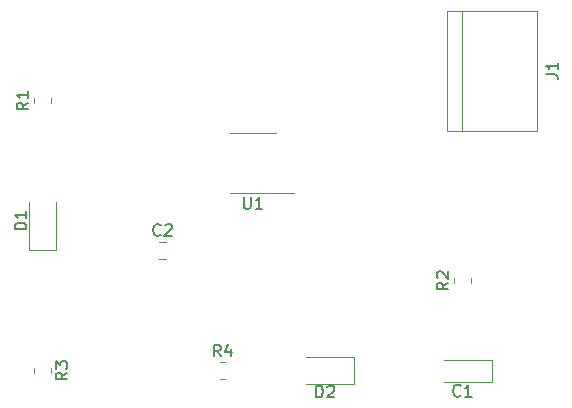
<source format=gbr>
%TF.GenerationSoftware,KiCad,Pcbnew,(6.0.10-0)*%
%TF.CreationDate,2023-02-17T09:30:26-08:00*%
%TF.ProjectId,Exercise 2,45786572-6369-4736-9520-322e6b696361,rev?*%
%TF.SameCoordinates,Original*%
%TF.FileFunction,Legend,Top*%
%TF.FilePolarity,Positive*%
%FSLAX46Y46*%
G04 Gerber Fmt 4.6, Leading zero omitted, Abs format (unit mm)*
G04 Created by KiCad (PCBNEW (6.0.10-0)) date 2023-02-17 09:30:26*
%MOMM*%
%LPD*%
G01*
G04 APERTURE LIST*
%ADD10C,0.150000*%
%ADD11C,0.120000*%
G04 APERTURE END LIST*
D10*
%TO.C,J1*%
X174712380Y-51133333D02*
X175426666Y-51133333D01*
X175569523Y-51180952D01*
X175664761Y-51276190D01*
X175712380Y-51419047D01*
X175712380Y-51514285D01*
X175712380Y-50133333D02*
X175712380Y-50704761D01*
X175712380Y-50419047D02*
X174712380Y-50419047D01*
X174855238Y-50514285D01*
X174950476Y-50609523D01*
X174998095Y-50704761D01*
%TO.C,R3*%
X134182380Y-76366666D02*
X133706190Y-76700000D01*
X134182380Y-76938095D02*
X133182380Y-76938095D01*
X133182380Y-76557142D01*
X133230000Y-76461904D01*
X133277619Y-76414285D01*
X133372857Y-76366666D01*
X133515714Y-76366666D01*
X133610952Y-76414285D01*
X133658571Y-76461904D01*
X133706190Y-76557142D01*
X133706190Y-76938095D01*
X133182380Y-76033333D02*
X133182380Y-75414285D01*
X133563333Y-75747619D01*
X133563333Y-75604761D01*
X133610952Y-75509523D01*
X133658571Y-75461904D01*
X133753809Y-75414285D01*
X133991904Y-75414285D01*
X134087142Y-75461904D01*
X134134761Y-75509523D01*
X134182380Y-75604761D01*
X134182380Y-75890476D01*
X134134761Y-75985714D01*
X134087142Y-76033333D01*
%TO.C,D1*%
X130712380Y-64238095D02*
X129712380Y-64238095D01*
X129712380Y-64000000D01*
X129760000Y-63857142D01*
X129855238Y-63761904D01*
X129950476Y-63714285D01*
X130140952Y-63666666D01*
X130283809Y-63666666D01*
X130474285Y-63714285D01*
X130569523Y-63761904D01*
X130664761Y-63857142D01*
X130712380Y-64000000D01*
X130712380Y-64238095D01*
X130712380Y-62714285D02*
X130712380Y-63285714D01*
X130712380Y-63000000D02*
X129712380Y-63000000D01*
X129855238Y-63095238D01*
X129950476Y-63190476D01*
X129998095Y-63285714D01*
%TO.C,R1*%
X130882380Y-53506666D02*
X130406190Y-53840000D01*
X130882380Y-54078095D02*
X129882380Y-54078095D01*
X129882380Y-53697142D01*
X129930000Y-53601904D01*
X129977619Y-53554285D01*
X130072857Y-53506666D01*
X130215714Y-53506666D01*
X130310952Y-53554285D01*
X130358571Y-53601904D01*
X130406190Y-53697142D01*
X130406190Y-54078095D01*
X130882380Y-52554285D02*
X130882380Y-53125714D01*
X130882380Y-52840000D02*
X129882380Y-52840000D01*
X130025238Y-52935238D01*
X130120476Y-53030476D01*
X130168095Y-53125714D01*
%TO.C,R4*%
X147153333Y-75002380D02*
X146820000Y-74526190D01*
X146581904Y-75002380D02*
X146581904Y-74002380D01*
X146962857Y-74002380D01*
X147058095Y-74050000D01*
X147105714Y-74097619D01*
X147153333Y-74192857D01*
X147153333Y-74335714D01*
X147105714Y-74430952D01*
X147058095Y-74478571D01*
X146962857Y-74526190D01*
X146581904Y-74526190D01*
X148010476Y-74335714D02*
X148010476Y-75002380D01*
X147772380Y-73954761D02*
X147534285Y-74669047D01*
X148153333Y-74669047D01*
%TO.C,D2*%
X155254404Y-78472380D02*
X155254404Y-77472380D01*
X155492500Y-77472380D01*
X155635357Y-77520000D01*
X155730595Y-77615238D01*
X155778214Y-77710476D01*
X155825833Y-77900952D01*
X155825833Y-78043809D01*
X155778214Y-78234285D01*
X155730595Y-78329523D01*
X155635357Y-78424761D01*
X155492500Y-78472380D01*
X155254404Y-78472380D01*
X156206785Y-77567619D02*
X156254404Y-77520000D01*
X156349642Y-77472380D01*
X156587738Y-77472380D01*
X156682976Y-77520000D01*
X156730595Y-77567619D01*
X156778214Y-77662857D01*
X156778214Y-77758095D01*
X156730595Y-77900952D01*
X156159166Y-78472380D01*
X156778214Y-78472380D01*
%TO.C,U1*%
X149128095Y-61492380D02*
X149128095Y-62301904D01*
X149175714Y-62397142D01*
X149223333Y-62444761D01*
X149318571Y-62492380D01*
X149509047Y-62492380D01*
X149604285Y-62444761D01*
X149651904Y-62397142D01*
X149699523Y-62301904D01*
X149699523Y-61492380D01*
X150699523Y-62492380D02*
X150128095Y-62492380D01*
X150413809Y-62492380D02*
X150413809Y-61492380D01*
X150318571Y-61635238D01*
X150223333Y-61730476D01*
X150128095Y-61778095D01*
%TO.C,C1*%
X167473333Y-78307142D02*
X167425714Y-78354761D01*
X167282857Y-78402380D01*
X167187619Y-78402380D01*
X167044761Y-78354761D01*
X166949523Y-78259523D01*
X166901904Y-78164285D01*
X166854285Y-77973809D01*
X166854285Y-77830952D01*
X166901904Y-77640476D01*
X166949523Y-77545238D01*
X167044761Y-77450000D01*
X167187619Y-77402380D01*
X167282857Y-77402380D01*
X167425714Y-77450000D01*
X167473333Y-77497619D01*
X168425714Y-78402380D02*
X167854285Y-78402380D01*
X168140000Y-78402380D02*
X168140000Y-77402380D01*
X168044761Y-77545238D01*
X167949523Y-77640476D01*
X167854285Y-77688095D01*
%TO.C,C2*%
X142073333Y-64717142D02*
X142025714Y-64764761D01*
X141882857Y-64812380D01*
X141787619Y-64812380D01*
X141644761Y-64764761D01*
X141549523Y-64669523D01*
X141501904Y-64574285D01*
X141454285Y-64383809D01*
X141454285Y-64240952D01*
X141501904Y-64050476D01*
X141549523Y-63955238D01*
X141644761Y-63860000D01*
X141787619Y-63812380D01*
X141882857Y-63812380D01*
X142025714Y-63860000D01*
X142073333Y-63907619D01*
X142454285Y-63907619D02*
X142501904Y-63860000D01*
X142597142Y-63812380D01*
X142835238Y-63812380D01*
X142930476Y-63860000D01*
X142978095Y-63907619D01*
X143025714Y-64002857D01*
X143025714Y-64098095D01*
X142978095Y-64240952D01*
X142406666Y-64812380D01*
X143025714Y-64812380D01*
%TO.C,R2*%
X166442380Y-68746666D02*
X165966190Y-69080000D01*
X166442380Y-69318095D02*
X165442380Y-69318095D01*
X165442380Y-68937142D01*
X165490000Y-68841904D01*
X165537619Y-68794285D01*
X165632857Y-68746666D01*
X165775714Y-68746666D01*
X165870952Y-68794285D01*
X165918571Y-68841904D01*
X165966190Y-68937142D01*
X165966190Y-69318095D01*
X165537619Y-68365714D02*
X165490000Y-68318095D01*
X165442380Y-68222857D01*
X165442380Y-67984761D01*
X165490000Y-67889523D01*
X165537619Y-67841904D01*
X165632857Y-67794285D01*
X165728095Y-67794285D01*
X165870952Y-67841904D01*
X166442380Y-68413333D01*
X166442380Y-67794285D01*
D11*
%TO.C,J1*%
X173990000Y-55880000D02*
X173990000Y-45720000D01*
X166370000Y-45720000D02*
X166370000Y-55880000D01*
X166370000Y-55880000D02*
X173990000Y-55880000D01*
X173990000Y-45720000D02*
X166370000Y-45720000D01*
X167640000Y-55880000D02*
X167640000Y-45720000D01*
%TO.C,R3*%
X132815000Y-75972936D02*
X132815000Y-76427064D01*
X131345000Y-75972936D02*
X131345000Y-76427064D01*
%TO.C,D1*%
X133215000Y-65960000D02*
X133215000Y-61900000D01*
X130945000Y-61900000D02*
X130945000Y-65960000D01*
X130945000Y-65960000D02*
X133215000Y-65960000D01*
%TO.C,R1*%
X132815000Y-53567064D02*
X132815000Y-53112936D01*
X131345000Y-53567064D02*
X131345000Y-53112936D01*
%TO.C,R4*%
X147092936Y-75465000D02*
X147547064Y-75465000D01*
X147092936Y-76935000D02*
X147547064Y-76935000D01*
%TO.C,D2*%
X158452500Y-77335000D02*
X158452500Y-75065000D01*
X158452500Y-75065000D02*
X154392500Y-75065000D01*
X154392500Y-77335000D02*
X158452500Y-77335000D01*
%TO.C,U1*%
X149890000Y-56080000D02*
X151840000Y-56080000D01*
X149890000Y-56080000D02*
X147940000Y-56080000D01*
X149890000Y-61200000D02*
X147940000Y-61200000D01*
X149890000Y-61200000D02*
X153340000Y-61200000D01*
%TO.C,C1*%
X170125000Y-77135000D02*
X170125000Y-75265000D01*
X166040000Y-77135000D02*
X170125000Y-77135000D01*
X170125000Y-75265000D02*
X166040000Y-75265000D01*
%TO.C,C2*%
X141978748Y-66775000D02*
X142501252Y-66775000D01*
X141978748Y-65305000D02*
X142501252Y-65305000D01*
%TO.C,R2*%
X168375000Y-68807064D02*
X168375000Y-68352936D01*
X166905000Y-68807064D02*
X166905000Y-68352936D01*
%TD*%
M02*

</source>
